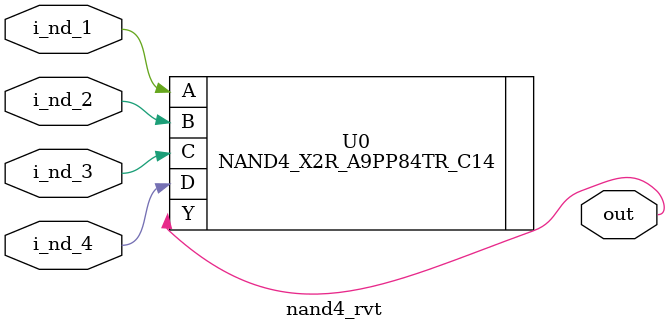
<source format=v>

`timescale 1ps / 100fs

module RO_nand4_rvt(
input wire i_Enable,
input wire i_Sel,
output wire o_RO_out
);

/////////////////// Define wires between nand gates ///////////////////
wire [126:0] w_nd_Conn;

nand4_rvt U0(
.i_nd_1(i_Enable),
.i_nd_2(i_Sel),
.i_nd_3(o_RO_out),
.i_nd_4(o_RO_out),
.out(w_nd_Conn[0])
);

nand4_rvt U1(
.i_nd_1(w_nd_Conn[0]),
.i_nd_2(w_nd_Conn[0]),
.i_nd_3(w_nd_Conn[0]),
.i_nd_4(w_nd_Conn[0]),
.out(w_nd_Conn[1])
);

nand4_rvt U2(
.i_nd_1(w_nd_Conn[1]),
.i_nd_2(w_nd_Conn[1]),
.i_nd_3(w_nd_Conn[1]),
.i_nd_4(w_nd_Conn[1]),
.out(w_nd_Conn[2])
);

nand4_rvt U3(
.i_nd_1(w_nd_Conn[2]),
.i_nd_2(w_nd_Conn[2]),
.i_nd_3(w_nd_Conn[2]),
.i_nd_4(w_nd_Conn[2]),
.out(w_nd_Conn[3])
);

nand4_rvt U4(
.i_nd_1(w_nd_Conn[3]),
.i_nd_2(w_nd_Conn[3]),
.i_nd_3(w_nd_Conn[3]),
.i_nd_4(w_nd_Conn[3]),
.out(w_nd_Conn[4])
);

nand4_rvt U5(
.i_nd_1(w_nd_Conn[4]),
.i_nd_2(w_nd_Conn[4]),
.i_nd_3(w_nd_Conn[4]),
.i_nd_4(w_nd_Conn[4]),
.out(w_nd_Conn[5])
);

nand4_rvt U6(
.i_nd_1(w_nd_Conn[5]),
.i_nd_2(w_nd_Conn[5]),
.i_nd_3(w_nd_Conn[5]),
.i_nd_4(w_nd_Conn[5]),
.out(w_nd_Conn[6])
);

nand4_rvt U7(
.i_nd_1(w_nd_Conn[6]),
.i_nd_2(w_nd_Conn[6]),
.i_nd_3(w_nd_Conn[6]),
.i_nd_4(w_nd_Conn[6]),
.out(w_nd_Conn[7])
);

nand4_rvt U8(
.i_nd_1(w_nd_Conn[7]),
.i_nd_2(w_nd_Conn[7]),
.i_nd_3(w_nd_Conn[7]),
.i_nd_4(w_nd_Conn[7]),
.out(w_nd_Conn[8])
);

nand4_rvt U9(
.i_nd_1(w_nd_Conn[8]),
.i_nd_2(w_nd_Conn[8]),
.i_nd_3(w_nd_Conn[8]),
.i_nd_4(w_nd_Conn[8]),
.out(w_nd_Conn[9])
);

nand4_rvt U10(
.i_nd_1(w_nd_Conn[9]),
.i_nd_2(w_nd_Conn[9]),
.i_nd_3(w_nd_Conn[9]),
.i_nd_4(w_nd_Conn[9]),
.out(w_nd_Conn[10])
);

nand4_rvt U11(
.i_nd_1(w_nd_Conn[10]),
.i_nd_2(w_nd_Conn[10]),
.i_nd_3(w_nd_Conn[10]),
.i_nd_4(w_nd_Conn[10]),
.out(w_nd_Conn[11])
);

nand4_rvt U12(
.i_nd_1(w_nd_Conn[11]),
.i_nd_2(w_nd_Conn[11]),
.i_nd_3(w_nd_Conn[11]),
.i_nd_4(w_nd_Conn[11]),
.out(w_nd_Conn[12])
);

nand4_rvt U13(
.i_nd_1(w_nd_Conn[12]),
.i_nd_2(w_nd_Conn[12]),
.i_nd_3(w_nd_Conn[12]),
.i_nd_4(w_nd_Conn[12]),
.out(w_nd_Conn[13])
);

nand4_rvt U14(
.i_nd_1(w_nd_Conn[13]),
.i_nd_2(w_nd_Conn[13]),
.i_nd_3(w_nd_Conn[13]),
.i_nd_4(w_nd_Conn[13]),
.out(w_nd_Conn[14])
);

nand4_rvt U15(
.i_nd_1(w_nd_Conn[14]),
.i_nd_2(w_nd_Conn[14]),
.i_nd_3(w_nd_Conn[14]),
.i_nd_4(w_nd_Conn[14]),
.out(w_nd_Conn[15])
);

nand4_rvt U16(
.i_nd_1(w_nd_Conn[15]),
.i_nd_2(w_nd_Conn[15]),
.i_nd_3(w_nd_Conn[15]),
.i_nd_4(w_nd_Conn[15]),
.out(w_nd_Conn[16])
);

nand4_rvt U17(
.i_nd_1(w_nd_Conn[16]),
.i_nd_2(w_nd_Conn[16]),
.i_nd_3(w_nd_Conn[16]),
.i_nd_4(w_nd_Conn[16]),
.out(w_nd_Conn[17])
);

nand4_rvt U18(
.i_nd_1(w_nd_Conn[17]),
.i_nd_2(w_nd_Conn[17]),
.i_nd_3(w_nd_Conn[17]),
.i_nd_4(w_nd_Conn[17]),
.out(w_nd_Conn[18])
);

nand4_rvt U19(
.i_nd_1(w_nd_Conn[18]),
.i_nd_2(w_nd_Conn[18]),
.i_nd_3(w_nd_Conn[18]),
.i_nd_4(w_nd_Conn[18]),
.out(w_nd_Conn[19])
);

nand4_rvt U20(
.i_nd_1(w_nd_Conn[19]),
.i_nd_2(w_nd_Conn[19]),
.i_nd_3(w_nd_Conn[19]),
.i_nd_4(w_nd_Conn[19]),
.out(w_nd_Conn[20])
);

nand4_rvt U21(
.i_nd_1(w_nd_Conn[20]),
.i_nd_2(w_nd_Conn[20]),
.i_nd_3(w_nd_Conn[20]),
.i_nd_4(w_nd_Conn[20]),
.out(w_nd_Conn[21])
);

nand4_rvt U22(
.i_nd_1(w_nd_Conn[21]),
.i_nd_2(w_nd_Conn[21]),
.i_nd_3(w_nd_Conn[21]),
.i_nd_4(w_nd_Conn[21]),
.out(w_nd_Conn[22])
);

nand4_rvt U23(
.i_nd_1(w_nd_Conn[22]),
.i_nd_2(w_nd_Conn[22]),
.i_nd_3(w_nd_Conn[22]),
.i_nd_4(w_nd_Conn[22]),
.out(w_nd_Conn[23])
);

nand4_rvt U24(
.i_nd_1(w_nd_Conn[23]),
.i_nd_2(w_nd_Conn[23]),
.i_nd_3(w_nd_Conn[23]),
.i_nd_4(w_nd_Conn[23]),
.out(w_nd_Conn[24])
);

nand4_rvt U25(
.i_nd_1(w_nd_Conn[24]),
.i_nd_2(w_nd_Conn[24]),
.i_nd_3(w_nd_Conn[24]),
.i_nd_4(w_nd_Conn[24]),
.out(w_nd_Conn[25])
);

nand4_rvt U26(
.i_nd_1(w_nd_Conn[25]),
.i_nd_2(w_nd_Conn[25]),
.i_nd_3(w_nd_Conn[25]),
.i_nd_4(w_nd_Conn[25]),
.out(w_nd_Conn[26])
);

nand4_rvt U27(
.i_nd_1(w_nd_Conn[26]),
.i_nd_2(w_nd_Conn[26]),
.i_nd_3(w_nd_Conn[26]),
.i_nd_4(w_nd_Conn[26]),
.out(w_nd_Conn[27])
);

nand4_rvt U28(
.i_nd_1(w_nd_Conn[27]),
.i_nd_2(w_nd_Conn[27]),
.i_nd_3(w_nd_Conn[27]),
.i_nd_4(w_nd_Conn[27]),
.out(w_nd_Conn[28])
);

nand4_rvt U29(
.i_nd_1(w_nd_Conn[28]),
.i_nd_2(w_nd_Conn[28]),
.i_nd_3(w_nd_Conn[28]),
.i_nd_4(w_nd_Conn[28]),
.out(w_nd_Conn[29])
);

nand4_rvt U30(
.i_nd_1(w_nd_Conn[29]),
.i_nd_2(w_nd_Conn[29]),
.i_nd_3(w_nd_Conn[29]),
.i_nd_4(w_nd_Conn[29]),
.out(w_nd_Conn[30])
);

nand4_rvt U31(
.i_nd_1(w_nd_Conn[30]),
.i_nd_2(w_nd_Conn[30]),
.i_nd_3(w_nd_Conn[30]),
.i_nd_4(w_nd_Conn[30]),
.out(w_nd_Conn[31])
);

nand4_rvt U32(
.i_nd_1(w_nd_Conn[31]),
.i_nd_2(w_nd_Conn[31]),
.i_nd_3(w_nd_Conn[31]),
.i_nd_4(w_nd_Conn[31]),
.out(w_nd_Conn[32])
);

nand4_rvt U33(
.i_nd_1(w_nd_Conn[32]),
.i_nd_2(w_nd_Conn[32]),
.i_nd_3(w_nd_Conn[32]),
.i_nd_4(w_nd_Conn[32]),
.out(w_nd_Conn[33])
);

nand4_rvt U34(
.i_nd_1(w_nd_Conn[33]),
.i_nd_2(w_nd_Conn[33]),
.i_nd_3(w_nd_Conn[33]),
.i_nd_4(w_nd_Conn[33]),
.out(w_nd_Conn[34])
);

nand4_rvt U35(
.i_nd_1(w_nd_Conn[34]),
.i_nd_2(w_nd_Conn[34]),
.i_nd_3(w_nd_Conn[34]),
.i_nd_4(w_nd_Conn[34]),
.out(w_nd_Conn[35])
);

nand4_rvt U36(
.i_nd_1(w_nd_Conn[35]),
.i_nd_2(w_nd_Conn[35]),
.i_nd_3(w_nd_Conn[35]),
.i_nd_4(w_nd_Conn[35]),
.out(w_nd_Conn[36])
);

nand4_rvt U37(
.i_nd_1(w_nd_Conn[36]),
.i_nd_2(w_nd_Conn[36]),
.i_nd_3(w_nd_Conn[36]),
.i_nd_4(w_nd_Conn[36]),
.out(w_nd_Conn[37])
);

nand4_rvt U38(
.i_nd_1(w_nd_Conn[37]),
.i_nd_2(w_nd_Conn[37]),
.i_nd_3(w_nd_Conn[37]),
.i_nd_4(w_nd_Conn[37]),
.out(w_nd_Conn[38])
);

nand4_rvt U39(
.i_nd_1(w_nd_Conn[38]),
.i_nd_2(w_nd_Conn[38]),
.i_nd_3(w_nd_Conn[38]),
.i_nd_4(w_nd_Conn[38]),
.out(w_nd_Conn[39])
);

nand4_rvt U40(
.i_nd_1(w_nd_Conn[39]),
.i_nd_2(w_nd_Conn[39]),
.i_nd_3(w_nd_Conn[39]),
.i_nd_4(w_nd_Conn[39]),
.out(w_nd_Conn[40])
);

nand4_rvt U41(
.i_nd_1(w_nd_Conn[40]),
.i_nd_2(w_nd_Conn[40]),
.i_nd_3(w_nd_Conn[40]),
.i_nd_4(w_nd_Conn[40]),
.out(w_nd_Conn[41])
);

nand4_rvt U42(
.i_nd_1(w_nd_Conn[41]),
.i_nd_2(w_nd_Conn[41]),
.i_nd_3(w_nd_Conn[41]),
.i_nd_4(w_nd_Conn[41]),
.out(w_nd_Conn[42])
);

nand4_rvt U43(
.i_nd_1(w_nd_Conn[42]),
.i_nd_2(w_nd_Conn[42]),
.i_nd_3(w_nd_Conn[42]),
.i_nd_4(w_nd_Conn[42]),
.out(w_nd_Conn[43])
);

nand4_rvt U44(
.i_nd_1(w_nd_Conn[43]),
.i_nd_2(w_nd_Conn[43]),
.i_nd_3(w_nd_Conn[43]),
.i_nd_4(w_nd_Conn[43]),
.out(w_nd_Conn[44])
);

nand4_rvt U45(
.i_nd_1(w_nd_Conn[44]),
.i_nd_2(w_nd_Conn[44]),
.i_nd_3(w_nd_Conn[44]),
.i_nd_4(w_nd_Conn[44]),
.out(w_nd_Conn[45])
);

nand4_rvt U46(
.i_nd_1(w_nd_Conn[45]),
.i_nd_2(w_nd_Conn[45]),
.i_nd_3(w_nd_Conn[45]),
.i_nd_4(w_nd_Conn[45]),
.out(w_nd_Conn[46])
);

nand4_rvt U47(
.i_nd_1(w_nd_Conn[46]),
.i_nd_2(w_nd_Conn[46]),
.i_nd_3(w_nd_Conn[46]),
.i_nd_4(w_nd_Conn[46]),
.out(w_nd_Conn[47])
);

nand4_rvt U48(
.i_nd_1(w_nd_Conn[47]),
.i_nd_2(w_nd_Conn[47]),
.i_nd_3(w_nd_Conn[47]),
.i_nd_4(w_nd_Conn[47]),
.out(w_nd_Conn[48])
);

nand4_rvt U49(
.i_nd_1(w_nd_Conn[48]),
.i_nd_2(w_nd_Conn[48]),
.i_nd_3(w_nd_Conn[48]),
.i_nd_4(w_nd_Conn[48]),
.out(w_nd_Conn[49])
);

nand4_rvt U50(
.i_nd_1(w_nd_Conn[49]),
.i_nd_2(w_nd_Conn[49]),
.i_nd_3(w_nd_Conn[49]),
.i_nd_4(w_nd_Conn[49]),
.out(w_nd_Conn[50])
);

nand4_rvt U51(
.i_nd_1(w_nd_Conn[50]),
.i_nd_2(w_nd_Conn[50]),
.i_nd_3(w_nd_Conn[50]),
.i_nd_4(w_nd_Conn[50]),
.out(w_nd_Conn[51])
);

nand4_rvt U52(
.i_nd_1(w_nd_Conn[51]),
.i_nd_2(w_nd_Conn[51]),
.i_nd_3(w_nd_Conn[51]),
.i_nd_4(w_nd_Conn[51]),
.out(w_nd_Conn[52])
);

nand4_rvt U53(
.i_nd_1(w_nd_Conn[52]),
.i_nd_2(w_nd_Conn[52]),
.i_nd_3(w_nd_Conn[52]),
.i_nd_4(w_nd_Conn[52]),
.out(w_nd_Conn[53])
);

nand4_rvt U54(
.i_nd_1(w_nd_Conn[53]),
.i_nd_2(w_nd_Conn[53]),
.i_nd_3(w_nd_Conn[53]),
.i_nd_4(w_nd_Conn[53]),
.out(w_nd_Conn[54])
);

nand4_rvt U55(
.i_nd_1(w_nd_Conn[54]),
.i_nd_2(w_nd_Conn[54]),
.i_nd_3(w_nd_Conn[54]),
.i_nd_4(w_nd_Conn[54]),
.out(w_nd_Conn[55])
);

nand4_rvt U56(
.i_nd_1(w_nd_Conn[55]),
.i_nd_2(w_nd_Conn[55]),
.i_nd_3(w_nd_Conn[55]),
.i_nd_4(w_nd_Conn[55]),
.out(w_nd_Conn[56])
);

nand4_rvt U57(
.i_nd_1(w_nd_Conn[56]),
.i_nd_2(w_nd_Conn[56]),
.i_nd_3(w_nd_Conn[56]),
.i_nd_4(w_nd_Conn[56]),
.out(w_nd_Conn[57])
);

nand4_rvt U58(
.i_nd_1(w_nd_Conn[57]),
.i_nd_2(w_nd_Conn[57]),
.i_nd_3(w_nd_Conn[57]),
.i_nd_4(w_nd_Conn[57]),
.out(w_nd_Conn[58])
);

nand4_rvt U59(
.i_nd_1(w_nd_Conn[58]),
.i_nd_2(w_nd_Conn[58]),
.i_nd_3(w_nd_Conn[58]),
.i_nd_4(w_nd_Conn[58]),
.out(w_nd_Conn[59])
);

nand4_rvt U60(
.i_nd_1(w_nd_Conn[59]),
.i_nd_2(w_nd_Conn[59]),
.i_nd_3(w_nd_Conn[59]),
.i_nd_4(w_nd_Conn[59]),
.out(w_nd_Conn[60])
);

nand4_rvt U61(
.i_nd_1(w_nd_Conn[60]),
.i_nd_2(w_nd_Conn[60]),
.i_nd_3(w_nd_Conn[60]),
.i_nd_4(w_nd_Conn[60]),
.out(w_nd_Conn[61])
);

nand4_rvt U62(
.i_nd_1(w_nd_Conn[61]),
.i_nd_2(w_nd_Conn[61]),
.i_nd_3(w_nd_Conn[61]),
.i_nd_4(w_nd_Conn[61]),
.out(w_nd_Conn[62])
);

nand4_rvt U63(
.i_nd_1(w_nd_Conn[62]),
.i_nd_2(w_nd_Conn[62]),
.i_nd_3(w_nd_Conn[62]),
.i_nd_4(w_nd_Conn[62]),
.out(w_nd_Conn[63])
);

nand4_rvt U64(
.i_nd_1(w_nd_Conn[63]),
.i_nd_2(w_nd_Conn[63]),
.i_nd_3(w_nd_Conn[63]),
.i_nd_4(w_nd_Conn[63]),
.out(w_nd_Conn[64])
);

nand4_rvt U65(
.i_nd_1(w_nd_Conn[64]),
.i_nd_2(w_nd_Conn[64]),
.i_nd_3(w_nd_Conn[64]),
.i_nd_4(w_nd_Conn[64]),
.out(w_nd_Conn[65])
);

nand4_rvt U66(
.i_nd_1(w_nd_Conn[65]),
.i_nd_2(w_nd_Conn[65]),
.i_nd_3(w_nd_Conn[65]),
.i_nd_4(w_nd_Conn[65]),
.out(w_nd_Conn[66])
);

nand4_rvt U67(
.i_nd_1(w_nd_Conn[66]),
.i_nd_2(w_nd_Conn[66]),
.i_nd_3(w_nd_Conn[66]),
.i_nd_4(w_nd_Conn[66]),
.out(w_nd_Conn[67])
);

nand4_rvt U68(
.i_nd_1(w_nd_Conn[67]),
.i_nd_2(w_nd_Conn[67]),
.i_nd_3(w_nd_Conn[67]),
.i_nd_4(w_nd_Conn[67]),
.out(w_nd_Conn[68])
);

nand4_rvt U69(
.i_nd_1(w_nd_Conn[68]),
.i_nd_2(w_nd_Conn[68]),
.i_nd_3(w_nd_Conn[68]),
.i_nd_4(w_nd_Conn[68]),
.out(w_nd_Conn[69])
);

nand4_rvt U70(
.i_nd_1(w_nd_Conn[69]),
.i_nd_2(w_nd_Conn[69]),
.i_nd_3(w_nd_Conn[69]),
.i_nd_4(w_nd_Conn[69]),
.out(w_nd_Conn[70])
);

nand4_rvt U71(
.i_nd_1(w_nd_Conn[70]),
.i_nd_2(w_nd_Conn[70]),
.i_nd_3(w_nd_Conn[70]),
.i_nd_4(w_nd_Conn[70]),
.out(w_nd_Conn[71])
);

nand4_rvt U72(
.i_nd_1(w_nd_Conn[71]),
.i_nd_2(w_nd_Conn[71]),
.i_nd_3(w_nd_Conn[71]),
.i_nd_4(w_nd_Conn[71]),
.out(w_nd_Conn[72])
);

nand4_rvt U73(
.i_nd_1(w_nd_Conn[72]),
.i_nd_2(w_nd_Conn[72]),
.i_nd_3(w_nd_Conn[72]),
.i_nd_4(w_nd_Conn[72]),
.out(w_nd_Conn[73])
);

nand4_rvt U74(
.i_nd_1(w_nd_Conn[73]),
.i_nd_2(w_nd_Conn[73]),
.i_nd_3(w_nd_Conn[73]),
.i_nd_4(w_nd_Conn[73]),
.out(w_nd_Conn[74])
);

nand4_rvt U75(
.i_nd_1(w_nd_Conn[74]),
.i_nd_2(w_nd_Conn[74]),
.i_nd_3(w_nd_Conn[74]),
.i_nd_4(w_nd_Conn[74]),
.out(w_nd_Conn[75])
);

nand4_rvt U76(
.i_nd_1(w_nd_Conn[75]),
.i_nd_2(w_nd_Conn[75]),
.i_nd_3(w_nd_Conn[75]),
.i_nd_4(w_nd_Conn[75]),
.out(w_nd_Conn[76])
);

nand4_rvt U77(
.i_nd_1(w_nd_Conn[76]),
.i_nd_2(w_nd_Conn[76]),
.i_nd_3(w_nd_Conn[76]),
.i_nd_4(w_nd_Conn[76]),
.out(w_nd_Conn[77])
);

nand4_rvt U78(
.i_nd_1(w_nd_Conn[77]),
.i_nd_2(w_nd_Conn[77]),
.i_nd_3(w_nd_Conn[77]),
.i_nd_4(w_nd_Conn[77]),
.out(w_nd_Conn[78])
);

nand4_rvt U79(
.i_nd_1(w_nd_Conn[78]),
.i_nd_2(w_nd_Conn[78]),
.i_nd_3(w_nd_Conn[78]),
.i_nd_4(w_nd_Conn[78]),
.out(w_nd_Conn[79])
);

nand4_rvt U80(
.i_nd_1(w_nd_Conn[79]),
.i_nd_2(w_nd_Conn[79]),
.i_nd_3(w_nd_Conn[79]),
.i_nd_4(w_nd_Conn[79]),
.out(w_nd_Conn[80])
);

nand4_rvt U81(
.i_nd_1(w_nd_Conn[80]),
.i_nd_2(w_nd_Conn[80]),
.i_nd_3(w_nd_Conn[80]),
.i_nd_4(w_nd_Conn[80]),
.out(w_nd_Conn[81])
);

nand4_rvt U82(
.i_nd_1(w_nd_Conn[81]),
.i_nd_2(w_nd_Conn[81]),
.i_nd_3(w_nd_Conn[81]),
.i_nd_4(w_nd_Conn[81]),
.out(w_nd_Conn[82])
);

nand4_rvt U83(
.i_nd_1(w_nd_Conn[82]),
.i_nd_2(w_nd_Conn[82]),
.i_nd_3(w_nd_Conn[82]),
.i_nd_4(w_nd_Conn[82]),
.out(w_nd_Conn[83])
);

nand4_rvt U84(
.i_nd_1(w_nd_Conn[83]),
.i_nd_2(w_nd_Conn[83]),
.i_nd_3(w_nd_Conn[83]),
.i_nd_4(w_nd_Conn[83]),
.out(w_nd_Conn[84])
);

nand4_rvt U85(
.i_nd_1(w_nd_Conn[84]),
.i_nd_2(w_nd_Conn[84]),
.i_nd_3(w_nd_Conn[84]),
.i_nd_4(w_nd_Conn[84]),
.out(w_nd_Conn[85])
);

nand4_rvt U86(
.i_nd_1(w_nd_Conn[85]),
.i_nd_2(w_nd_Conn[85]),
.i_nd_3(w_nd_Conn[85]),
.i_nd_4(w_nd_Conn[85]),
.out(w_nd_Conn[86])
);

nand4_rvt U87(
.i_nd_1(w_nd_Conn[86]),
.i_nd_2(w_nd_Conn[86]),
.i_nd_3(w_nd_Conn[86]),
.i_nd_4(w_nd_Conn[86]),
.out(w_nd_Conn[87])
);

nand4_rvt U88(
.i_nd_1(w_nd_Conn[87]),
.i_nd_2(w_nd_Conn[87]),
.i_nd_3(w_nd_Conn[87]),
.i_nd_4(w_nd_Conn[87]),
.out(w_nd_Conn[88])
);

nand4_rvt U89(
.i_nd_1(w_nd_Conn[88]),
.i_nd_2(w_nd_Conn[88]),
.i_nd_3(w_nd_Conn[88]),
.i_nd_4(w_nd_Conn[88]),
.out(w_nd_Conn[89])
);

nand4_rvt U90(
.i_nd_1(w_nd_Conn[89]),
.i_nd_2(w_nd_Conn[89]),
.i_nd_3(w_nd_Conn[89]),
.i_nd_4(w_nd_Conn[89]),
.out(w_nd_Conn[90])
);

nand4_rvt U91(
.i_nd_1(w_nd_Conn[90]),
.i_nd_2(w_nd_Conn[90]),
.i_nd_3(w_nd_Conn[90]),
.i_nd_4(w_nd_Conn[90]),
.out(w_nd_Conn[91])
);

nand4_rvt U92(
.i_nd_1(w_nd_Conn[91]),
.i_nd_2(w_nd_Conn[91]),
.i_nd_3(w_nd_Conn[91]),
.i_nd_4(w_nd_Conn[91]),
.out(w_nd_Conn[92])
);

nand4_rvt U93(
.i_nd_1(w_nd_Conn[92]),
.i_nd_2(w_nd_Conn[92]),
.i_nd_3(w_nd_Conn[92]),
.i_nd_4(w_nd_Conn[92]),
.out(w_nd_Conn[93])
);

nand4_rvt U94(
.i_nd_1(w_nd_Conn[93]),
.i_nd_2(w_nd_Conn[93]),
.i_nd_3(w_nd_Conn[93]),
.i_nd_4(w_nd_Conn[93]),
.out(w_nd_Conn[94])
);

nand4_rvt U95(
.i_nd_1(w_nd_Conn[94]),
.i_nd_2(w_nd_Conn[94]),
.i_nd_3(w_nd_Conn[94]),
.i_nd_4(w_nd_Conn[94]),
.out(w_nd_Conn[95])
);

nand4_rvt U96(
.i_nd_1(w_nd_Conn[95]),
.i_nd_2(w_nd_Conn[95]),
.i_nd_3(w_nd_Conn[95]),
.i_nd_4(w_nd_Conn[95]),
.out(w_nd_Conn[96])
);

nand4_rvt U97(
.i_nd_1(w_nd_Conn[96]),
.i_nd_2(w_nd_Conn[96]),
.i_nd_3(w_nd_Conn[96]),
.i_nd_4(w_nd_Conn[96]),
.out(w_nd_Conn[97])
);

nand4_rvt U98(
.i_nd_1(w_nd_Conn[97]),
.i_nd_2(w_nd_Conn[97]),
.i_nd_3(w_nd_Conn[97]),
.i_nd_4(w_nd_Conn[97]),
.out(w_nd_Conn[98])
);

nand4_rvt U99(
.i_nd_1(w_nd_Conn[98]),
.i_nd_2(w_nd_Conn[98]),
.i_nd_3(w_nd_Conn[98]),
.i_nd_4(w_nd_Conn[98]),
.out(w_nd_Conn[99])
);

nand4_rvt U100(
.i_nd_1(w_nd_Conn[99]),
.i_nd_2(w_nd_Conn[99]),
.i_nd_3(w_nd_Conn[99]),
.i_nd_4(w_nd_Conn[99]),
.out(w_nd_Conn[100])
);

nand4_rvt U101(
.i_nd_1(w_nd_Conn[100]),
.i_nd_2(w_nd_Conn[100]),
.i_nd_3(w_nd_Conn[100]),
.i_nd_4(w_nd_Conn[100]),
.out(w_nd_Conn[101])
);

nand4_rvt U102(
.i_nd_1(w_nd_Conn[101]),
.i_nd_2(w_nd_Conn[101]),
.i_nd_3(w_nd_Conn[101]),
.i_nd_4(w_nd_Conn[101]),
.out(w_nd_Conn[102])
);

nand4_rvt U103(
.i_nd_1(w_nd_Conn[102]),
.i_nd_2(w_nd_Conn[102]),
.i_nd_3(w_nd_Conn[102]),
.i_nd_4(w_nd_Conn[102]),
.out(w_nd_Conn[103])
);

nand4_rvt U104(
.i_nd_1(w_nd_Conn[103]),
.i_nd_2(w_nd_Conn[103]),
.i_nd_3(w_nd_Conn[103]),
.i_nd_4(w_nd_Conn[103]),
.out(w_nd_Conn[104])
);

nand4_rvt U105(
.i_nd_1(w_nd_Conn[104]),
.i_nd_2(w_nd_Conn[104]),
.i_nd_3(w_nd_Conn[104]),
.i_nd_4(w_nd_Conn[104]),
.out(w_nd_Conn[105])
);

nand4_rvt U106(
.i_nd_1(w_nd_Conn[105]),
.i_nd_2(w_nd_Conn[105]),
.i_nd_3(w_nd_Conn[105]),
.i_nd_4(w_nd_Conn[105]),
.out(w_nd_Conn[106])
);

nand4_rvt U107(
.i_nd_1(w_nd_Conn[106]),
.i_nd_2(w_nd_Conn[106]),
.i_nd_3(w_nd_Conn[106]),
.i_nd_4(w_nd_Conn[106]),
.out(w_nd_Conn[107])
);

nand4_rvt U108(
.i_nd_1(w_nd_Conn[107]),
.i_nd_2(w_nd_Conn[107]),
.i_nd_3(w_nd_Conn[107]),
.i_nd_4(w_nd_Conn[107]),
.out(w_nd_Conn[108])
);

nand4_rvt U109(
.i_nd_1(w_nd_Conn[108]),
.i_nd_2(w_nd_Conn[108]),
.i_nd_3(w_nd_Conn[108]),
.i_nd_4(w_nd_Conn[108]),
.out(w_nd_Conn[109])
);

nand4_rvt U110(
.i_nd_1(w_nd_Conn[109]),
.i_nd_2(w_nd_Conn[109]),
.i_nd_3(w_nd_Conn[109]),
.i_nd_4(w_nd_Conn[109]),
.out(w_nd_Conn[110])
);

nand4_rvt U111(
.i_nd_1(w_nd_Conn[110]),
.i_nd_2(w_nd_Conn[110]),
.i_nd_3(w_nd_Conn[110]),
.i_nd_4(w_nd_Conn[110]),
.out(w_nd_Conn[111])
);

nand4_rvt U112(
.i_nd_1(w_nd_Conn[111]),
.i_nd_2(w_nd_Conn[111]),
.i_nd_3(w_nd_Conn[111]),
.i_nd_4(w_nd_Conn[111]),
.out(w_nd_Conn[112])
);

nand4_rvt U113(
.i_nd_1(w_nd_Conn[112]),
.i_nd_2(w_nd_Conn[112]),
.i_nd_3(w_nd_Conn[112]),
.i_nd_4(w_nd_Conn[112]),
.out(w_nd_Conn[113])
);

nand4_rvt U114(
.i_nd_1(w_nd_Conn[113]),
.i_nd_2(w_nd_Conn[113]),
.i_nd_3(w_nd_Conn[113]),
.i_nd_4(w_nd_Conn[113]),
.out(w_nd_Conn[114])
);

nand4_rvt U115(
.i_nd_1(w_nd_Conn[114]),
.i_nd_2(w_nd_Conn[114]),
.i_nd_3(w_nd_Conn[114]),
.i_nd_4(w_nd_Conn[114]),
.out(w_nd_Conn[115])
);

nand4_rvt U116(
.i_nd_1(w_nd_Conn[115]),
.i_nd_2(w_nd_Conn[115]),
.i_nd_3(w_nd_Conn[115]),
.i_nd_4(w_nd_Conn[115]),
.out(w_nd_Conn[116])
);

nand4_rvt U117(
.i_nd_1(w_nd_Conn[116]),
.i_nd_2(w_nd_Conn[116]),
.i_nd_3(w_nd_Conn[116]),
.i_nd_4(w_nd_Conn[116]),
.out(w_nd_Conn[117])
);

nand4_rvt U118(
.i_nd_1(w_nd_Conn[117]),
.i_nd_2(w_nd_Conn[117]),
.i_nd_3(w_nd_Conn[117]),
.i_nd_4(w_nd_Conn[117]),
.out(w_nd_Conn[118])
);

nand4_rvt U119(
.i_nd_1(w_nd_Conn[118]),
.i_nd_2(w_nd_Conn[118]),
.i_nd_3(w_nd_Conn[118]),
.i_nd_4(w_nd_Conn[118]),
.out(w_nd_Conn[119])
);

nand4_rvt U120(
.i_nd_1(w_nd_Conn[119]),
.i_nd_2(w_nd_Conn[119]),
.i_nd_3(w_nd_Conn[119]),
.i_nd_4(w_nd_Conn[119]),
.out(w_nd_Conn[120])
);

nand4_rvt U121(
.i_nd_1(w_nd_Conn[120]),
.i_nd_2(w_nd_Conn[120]),
.i_nd_3(w_nd_Conn[120]),
.i_nd_4(w_nd_Conn[120]),
.out(w_nd_Conn[121])
);

nand4_rvt U122(
.i_nd_1(w_nd_Conn[121]),
.i_nd_2(w_nd_Conn[121]),
.i_nd_3(w_nd_Conn[121]),
.i_nd_4(w_nd_Conn[121]),
.out(w_nd_Conn[122])
);

nand4_rvt U123(
.i_nd_1(w_nd_Conn[122]),
.i_nd_2(w_nd_Conn[122]),
.i_nd_3(w_nd_Conn[122]),
.i_nd_4(w_nd_Conn[122]),
.out(w_nd_Conn[123])
);

nand4_rvt U124(
.i_nd_1(w_nd_Conn[123]),
.i_nd_2(w_nd_Conn[123]),
.i_nd_3(w_nd_Conn[123]),
.i_nd_4(w_nd_Conn[123]),
.out(w_nd_Conn[124])
);

nand4_rvt U125(
.i_nd_1(w_nd_Conn[124]),
.i_nd_2(w_nd_Conn[124]),
.i_nd_3(w_nd_Conn[124]),
.i_nd_4(w_nd_Conn[124]),
.out(w_nd_Conn[125])
);

nand4_rvt U126(
.i_nd_1(w_nd_Conn[125]),
.i_nd_2(w_nd_Conn[125]),
.i_nd_3(w_nd_Conn[125]),
.i_nd_4(w_nd_Conn[125]),
.out(o_RO_out)
);

endmodule

module nand4_rvt(
input wire i_nd_1,
input wire i_nd_2,
input wire i_nd_3,
input wire i_nd_4,
output wire out);

NAND4_X2R_A9PP84TR_C14 U0(
.A(i_nd_1),
.B(i_nd_2),
.C(i_nd_3),
.D(i_nd_4),
.Y(out)
);

endmodule 


</source>
